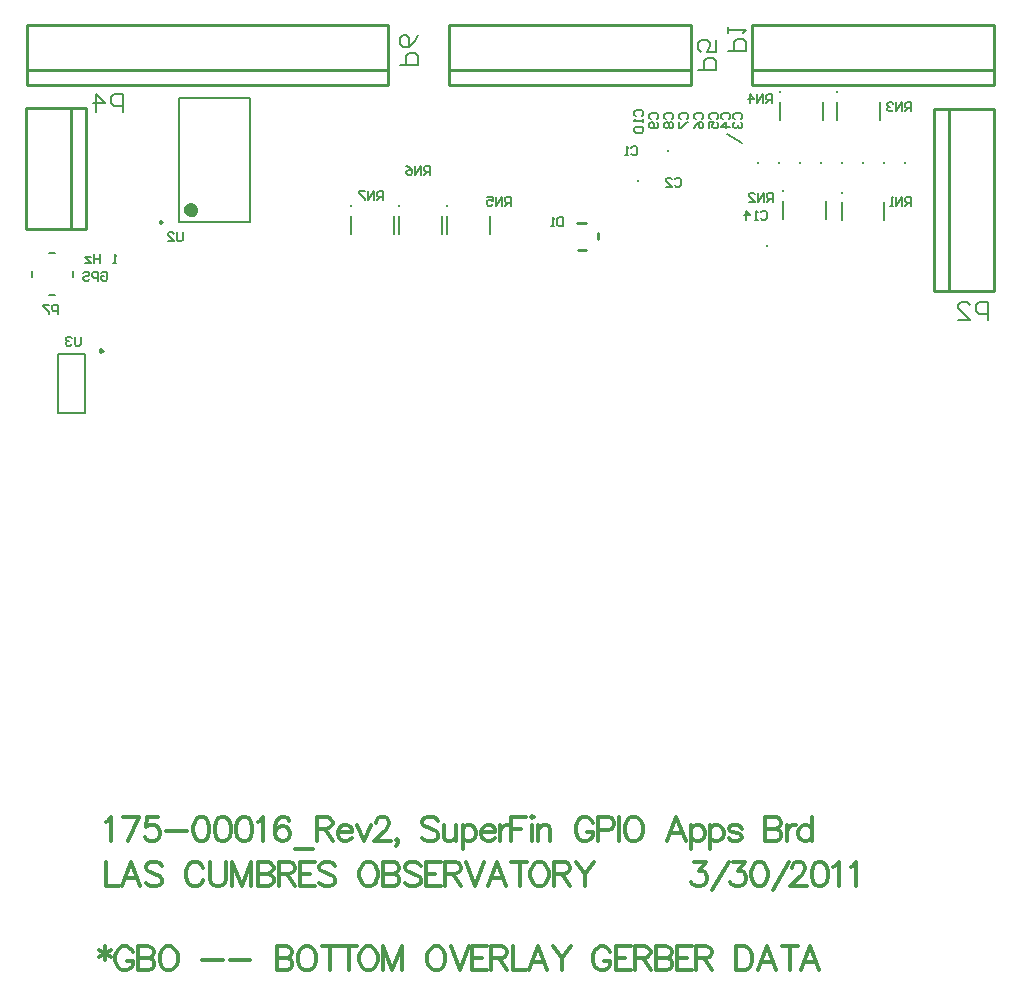
<source format=gbo>
%FSLAX23Y23*%
%MOIN*%
G70*
G01*
G75*
G04 Layer_Color=32896*
%ADD10R,0.030X0.060*%
%ADD11R,0.048X0.078*%
%ADD12R,0.050X0.050*%
%ADD13R,0.016X0.041*%
%ADD14O,0.098X0.028*%
%ADD15R,0.030X0.100*%
%ADD16R,0.014X0.060*%
%ADD17R,0.031X0.060*%
%ADD18R,0.039X0.059*%
%ADD19R,0.050X0.050*%
%ADD20C,0.005*%
%ADD21C,0.020*%
%ADD22C,0.010*%
%ADD23C,0.012*%
%ADD24C,0.012*%
%ADD25C,0.012*%
%ADD26C,0.055*%
%ADD27R,0.059X0.059*%
%ADD28C,0.059*%
%ADD29R,0.059X0.059*%
%ADD30C,0.219*%
%ADD31C,0.024*%
%ADD32C,0.040*%
%ADD33C,0.073*%
G04:AMPARAMS|DCode=34|XSize=93.465mil|YSize=93.465mil|CornerRadius=0mil|HoleSize=0mil|Usage=FLASHONLY|Rotation=0.000|XOffset=0mil|YOffset=0mil|HoleType=Round|Shape=Relief|Width=10mil|Gap=10mil|Entries=4|*
%AMTHD34*
7,0,0,0.093,0.073,0.010,45*
%
%ADD34THD34*%
%ADD35C,0.075*%
G04:AMPARAMS|DCode=36|XSize=95.433mil|YSize=95.433mil|CornerRadius=0mil|HoleSize=0mil|Usage=FLASHONLY|Rotation=0.000|XOffset=0mil|YOffset=0mil|HoleType=Round|Shape=Relief|Width=10mil|Gap=10mil|Entries=4|*
%AMTHD36*
7,0,0,0.095,0.075,0.010,45*
%
%ADD36THD36*%
%ADD37C,0.206*%
%ADD38C,0.050*%
G04:AMPARAMS|DCode=39|XSize=70mil|YSize=70mil|CornerRadius=0mil|HoleSize=0mil|Usage=FLASHONLY|Rotation=0.000|XOffset=0mil|YOffset=0mil|HoleType=Round|Shape=Relief|Width=10mil|Gap=10mil|Entries=4|*
%AMTHD39*
7,0,0,0.070,0.050,0.010,45*
%
%ADD39THD39*%
%ADD40O,0.091X0.024*%
%ADD41R,0.020X0.020*%
%ADD42R,0.020X0.016*%
%ADD43O,0.079X0.024*%
%ADD44R,0.017X0.045*%
%ADD45C,0.007*%
%ADD46C,0.008*%
%ADD47C,0.010*%
%ADD48C,0.010*%
%ADD49C,0.008*%
%ADD50C,0.007*%
%ADD51C,0.006*%
%ADD52R,0.189X0.132*%
%ADD53R,0.038X0.068*%
%ADD54R,0.056X0.086*%
%ADD55R,0.058X0.058*%
%ADD56R,0.024X0.049*%
%ADD57O,0.106X0.036*%
%ADD58R,0.038X0.108*%
%ADD59R,0.022X0.068*%
%ADD60R,0.039X0.068*%
%ADD61R,0.047X0.067*%
%ADD62R,0.058X0.058*%
%ADD63C,0.063*%
%ADD64R,0.067X0.067*%
%ADD65C,0.067*%
%ADD66R,0.067X0.067*%
%ADD67C,0.227*%
%ADD68C,0.032*%
%ADD69R,0.774X0.219*%
%ADD70O,0.099X0.032*%
%ADD71R,0.028X0.028*%
%ADD72R,0.028X0.024*%
%ADD73O,0.087X0.032*%
%ADD74R,0.025X0.053*%
%ADD75C,0.024*%
D20*
X21861Y16101D02*
Y16076D01*
X21856Y16071D01*
X21846D01*
X21841Y16076D01*
Y16101D01*
X21811Y16071D02*
X21831D01*
X21811Y16091D01*
Y16096D01*
X21816Y16101D01*
X21826D01*
X21831Y16096D01*
X23130Y16150D02*
Y16120D01*
X23115D01*
X23110Y16125D01*
Y16145D01*
X23115Y16150D01*
X23130D01*
X23100Y16120D02*
X23090D01*
X23095D01*
Y16150D01*
X23100Y16145D01*
X21522Y15753D02*
Y15728D01*
X21517Y15723D01*
X21507D01*
X21502Y15728D01*
Y15753D01*
X21492Y15748D02*
X21487Y15753D01*
X21477D01*
X21472Y15748D01*
Y15743D01*
X21477Y15738D01*
X21482D01*
X21477D01*
X21472Y15733D01*
Y15728D01*
X21477Y15723D01*
X21487D01*
X21492Y15728D01*
X22529Y16208D02*
Y16238D01*
X22514D01*
X22509Y16233D01*
Y16223D01*
X22514Y16218D01*
X22529D01*
X22519D02*
X22509Y16208D01*
X22499D02*
Y16238D01*
X22479Y16208D01*
Y16238D01*
X22469D02*
X22449D01*
Y16233D01*
X22469Y16213D01*
Y16208D01*
X21444Y15829D02*
Y15859D01*
X21429D01*
X21424Y15854D01*
Y15844D01*
X21429Y15839D01*
X21444D01*
X21414Y15859D02*
X21394D01*
Y15854D01*
X21414Y15834D01*
Y15829D01*
X23357Y16382D02*
X23362Y16387D01*
X23372D01*
X23377Y16382D01*
Y16362D01*
X23372Y16357D01*
X23362D01*
X23357Y16362D01*
X23347Y16357D02*
X23337D01*
X23342D01*
Y16387D01*
X23347Y16382D01*
X23501Y16278D02*
X23506Y16283D01*
X23516D01*
X23521Y16278D01*
Y16258D01*
X23516Y16253D01*
X23506D01*
X23501Y16258D01*
X23471Y16253D02*
X23491D01*
X23471Y16273D01*
Y16278D01*
X23476Y16283D01*
X23486D01*
X23491Y16278D01*
X23702Y16477D02*
X23697Y16482D01*
Y16492D01*
X23702Y16497D01*
X23722D01*
X23727Y16492D01*
Y16482D01*
X23722Y16477D01*
X23702Y16467D02*
X23697Y16462D01*
Y16452D01*
X23702Y16447D01*
X23707D01*
X23712Y16452D01*
Y16457D01*
Y16452D01*
X23717Y16447D01*
X23722D01*
X23727Y16452D01*
Y16462D01*
X23722Y16467D01*
X23662Y16477D02*
X23657Y16482D01*
Y16492D01*
X23662Y16497D01*
X23682D01*
X23687Y16492D01*
Y16482D01*
X23682Y16477D01*
X23687Y16452D02*
X23657D01*
X23672Y16467D01*
Y16447D01*
X23622Y16477D02*
X23617Y16482D01*
Y16492D01*
X23622Y16497D01*
X23642D01*
X23647Y16492D01*
Y16482D01*
X23642Y16477D01*
X23617Y16447D02*
Y16467D01*
X23632D01*
X23627Y16457D01*
Y16452D01*
X23632Y16447D01*
X23642D01*
X23647Y16452D01*
Y16462D01*
X23642Y16467D01*
X23572Y16477D02*
X23567Y16482D01*
Y16492D01*
X23572Y16497D01*
X23592D01*
X23597Y16492D01*
Y16482D01*
X23592Y16477D01*
X23567Y16447D02*
X23572Y16457D01*
X23582Y16467D01*
X23592D01*
X23597Y16462D01*
Y16452D01*
X23592Y16447D01*
X23587D01*
X23582Y16452D01*
Y16467D01*
X23522Y16477D02*
X23517Y16482D01*
Y16492D01*
X23522Y16497D01*
X23542D01*
X23547Y16492D01*
Y16482D01*
X23542Y16477D01*
X23517Y16467D02*
Y16447D01*
X23522D01*
X23542Y16467D01*
X23547D01*
X23472Y16477D02*
X23467Y16482D01*
Y16492D01*
X23472Y16497D01*
X23492D01*
X23497Y16492D01*
Y16482D01*
X23492Y16477D01*
X23472Y16467D02*
X23467Y16462D01*
Y16452D01*
X23472Y16447D01*
X23477D01*
X23482Y16452D01*
X23487Y16447D01*
X23492D01*
X23497Y16452D01*
Y16462D01*
X23492Y16467D01*
X23487D01*
X23482Y16462D01*
X23477Y16467D01*
X23472D01*
X23482Y16462D02*
Y16452D01*
X23422Y16477D02*
X23417Y16482D01*
Y16492D01*
X23422Y16497D01*
X23442D01*
X23447Y16492D01*
Y16482D01*
X23442Y16477D01*
Y16467D02*
X23447Y16462D01*
Y16452D01*
X23442Y16447D01*
X23422D01*
X23417Y16452D01*
Y16462D01*
X23422Y16467D01*
X23427D01*
X23432Y16462D01*
Y16447D01*
X23372Y16487D02*
X23367Y16492D01*
Y16502D01*
X23372Y16507D01*
X23392D01*
X23397Y16502D01*
Y16492D01*
X23392Y16487D01*
X23397Y16477D02*
Y16467D01*
Y16472D01*
X23367D01*
X23372Y16477D01*
Y16452D02*
X23367Y16447D01*
Y16437D01*
X23372Y16432D01*
X23392D01*
X23397Y16437D01*
Y16447D01*
X23392Y16452D01*
X23372D01*
X23788Y16167D02*
X23793Y16172D01*
X23803D01*
X23808Y16167D01*
Y16147D01*
X23803Y16142D01*
X23793D01*
X23788Y16147D01*
X23778Y16142D02*
X23768D01*
X23773D01*
Y16172D01*
X23778Y16167D01*
X23738Y16142D02*
Y16172D01*
X23753Y16157D01*
X23733D01*
X24289Y16189D02*
Y16219D01*
X24274D01*
X24269Y16214D01*
Y16204D01*
X24274Y16199D01*
X24289D01*
X24279D02*
X24269Y16189D01*
X24259D02*
Y16219D01*
X24239Y16189D01*
Y16219D01*
X24229Y16189D02*
X24219D01*
X24224D01*
Y16219D01*
X24229Y16214D01*
X23828Y16202D02*
Y16232D01*
X23813D01*
X23808Y16227D01*
Y16217D01*
X23813Y16212D01*
X23828D01*
X23818D02*
X23808Y16202D01*
X23798D02*
Y16232D01*
X23778Y16202D01*
Y16232D01*
X23748Y16202D02*
X23768D01*
X23748Y16222D01*
Y16227D01*
X23753Y16232D01*
X23763D01*
X23768Y16227D01*
X24289Y16504D02*
Y16534D01*
X24274D01*
X24269Y16529D01*
Y16519D01*
X24274Y16514D01*
X24289D01*
X24279D02*
X24269Y16504D01*
X24259D02*
Y16534D01*
X24239Y16504D01*
Y16534D01*
X24229Y16529D02*
X24224Y16534D01*
X24214D01*
X24209Y16529D01*
Y16524D01*
X24214Y16519D01*
X24219D01*
X24214D01*
X24209Y16514D01*
Y16509D01*
X24214Y16504D01*
X24224D01*
X24229Y16509D01*
X23827Y16530D02*
Y16560D01*
X23812D01*
X23807Y16555D01*
Y16545D01*
X23812Y16540D01*
X23827D01*
X23817D02*
X23807Y16530D01*
X23797D02*
Y16560D01*
X23777Y16530D01*
Y16560D01*
X23752Y16530D02*
Y16560D01*
X23767Y16545D01*
X23747D01*
X22955Y16189D02*
Y16219D01*
X22940D01*
X22935Y16214D01*
Y16204D01*
X22940Y16199D01*
X22955D01*
X22945D02*
X22935Y16189D01*
X22925D02*
Y16219D01*
X22905Y16189D01*
Y16219D01*
X22875D02*
X22895D01*
Y16204D01*
X22885Y16209D01*
X22880D01*
X22875Y16204D01*
Y16194D01*
X22880Y16189D01*
X22890D01*
X22895Y16194D01*
X22686Y16292D02*
Y16322D01*
X22671D01*
X22666Y16317D01*
Y16307D01*
X22671Y16302D01*
X22686D01*
X22676D02*
X22666Y16292D01*
X22656D02*
Y16322D01*
X22636Y16292D01*
Y16322D01*
X22606D02*
X22616Y16317D01*
X22626Y16307D01*
Y16297D01*
X22621Y16292D01*
X22611D01*
X22606Y16297D01*
Y16302D01*
X22611Y16307D01*
X22626D01*
X21639Y15998D02*
X21629D01*
X21634D01*
Y16028D01*
X21639Y16023D01*
X21584Y16028D02*
Y15998D01*
Y16013D01*
X21564D01*
Y16028D01*
Y15998D01*
X21554Y16018D02*
X21534D01*
X21554Y15998D01*
X21534D01*
X21590Y15964D02*
X21595Y15969D01*
X21605D01*
X21610Y15964D01*
Y15944D01*
X21605Y15939D01*
X21595D01*
X21590Y15944D01*
Y15954D01*
X21600D01*
X21580Y15939D02*
Y15969D01*
X21565D01*
X21560Y15964D01*
Y15954D01*
X21565Y15949D01*
X21580D01*
X21530Y15964D02*
X21535Y15969D01*
X21545D01*
X21550Y15964D01*
Y15959D01*
X21545Y15954D01*
X21535D01*
X21530Y15949D01*
Y15944D01*
X21535Y15939D01*
X21545D01*
X21550Y15944D01*
D22*
X23247Y16077D02*
Y16097D01*
X23180Y16042D02*
X23204D01*
X23176Y16132D02*
X23204D01*
X22750Y16640D02*
X23555D01*
Y16590D02*
Y16790D01*
X22750Y16590D02*
Y16790D01*
X23555D01*
X22750Y16590D02*
X23555D01*
X24366Y15906D02*
Y16511D01*
X24566Y15906D02*
Y16511D01*
X24366D02*
X24566D01*
X24366Y15906D02*
X24566D01*
X24416D02*
Y16511D01*
X21488Y16111D02*
Y16516D01*
X21338D02*
X21538D01*
X21338Y16111D02*
X21538D01*
X21338D02*
Y16516D01*
X21538Y16111D02*
Y16516D01*
X21341Y16590D02*
X22546D01*
X21341Y16790D02*
X22546D01*
X21341Y16590D02*
Y16790D01*
X22546Y16590D02*
Y16790D01*
X21341Y16640D02*
X22546D01*
X23760Y16640D02*
X24565D01*
Y16590D02*
Y16790D01*
X23760Y16590D02*
Y16790D01*
X24565D01*
X23760Y16590D02*
X24565D01*
D23*
X21602Y13720D02*
Y13675D01*
X21583Y13709D02*
X21621Y13686D01*
Y13709D02*
X21583Y13686D01*
X21694Y13701D02*
X21691Y13709D01*
X21683Y13716D01*
X21675Y13720D01*
X21660D01*
X21653Y13716D01*
X21645Y13709D01*
X21641Y13701D01*
X21637Y13690D01*
Y13671D01*
X21641Y13659D01*
X21645Y13652D01*
X21653Y13644D01*
X21660Y13640D01*
X21675D01*
X21683Y13644D01*
X21691Y13652D01*
X21694Y13659D01*
Y13671D01*
X21675D02*
X21694D01*
X21713Y13720D02*
Y13640D01*
Y13720D02*
X21747D01*
X21758Y13716D01*
X21762Y13713D01*
X21766Y13705D01*
Y13697D01*
X21762Y13690D01*
X21758Y13686D01*
X21747Y13682D01*
X21713D02*
X21747D01*
X21758Y13678D01*
X21762Y13675D01*
X21766Y13667D01*
Y13656D01*
X21762Y13648D01*
X21758Y13644D01*
X21747Y13640D01*
X21713D01*
X21807Y13720D02*
X21799Y13716D01*
X21792Y13709D01*
X21788Y13701D01*
X21784Y13690D01*
Y13671D01*
X21788Y13659D01*
X21792Y13652D01*
X21799Y13644D01*
X21807Y13640D01*
X21822D01*
X21830Y13644D01*
X21837Y13652D01*
X21841Y13659D01*
X21845Y13671D01*
Y13690D01*
X21841Y13701D01*
X21837Y13709D01*
X21830Y13716D01*
X21822Y13720D01*
X21807D01*
X21926Y13675D02*
X21995D01*
X22019D02*
X22087D01*
X22174Y13720D02*
Y13640D01*
Y13720D02*
X22208D01*
X22219Y13716D01*
X22223Y13713D01*
X22227Y13705D01*
Y13697D01*
X22223Y13690D01*
X22219Y13686D01*
X22208Y13682D01*
X22174D02*
X22208D01*
X22219Y13678D01*
X22223Y13675D01*
X22227Y13667D01*
Y13656D01*
X22223Y13648D01*
X22219Y13644D01*
X22208Y13640D01*
X22174D01*
X22268Y13720D02*
X22260Y13716D01*
X22252Y13709D01*
X22249Y13701D01*
X22245Y13690D01*
Y13671D01*
X22249Y13659D01*
X22252Y13652D01*
X22260Y13644D01*
X22268Y13640D01*
X22283D01*
X22291Y13644D01*
X22298Y13652D01*
X22302Y13659D01*
X22306Y13671D01*
Y13690D01*
X22302Y13701D01*
X22298Y13709D01*
X22291Y13716D01*
X22283Y13720D01*
X22268D01*
X22351D02*
Y13640D01*
X22324Y13720D02*
X22378D01*
X22414D02*
Y13640D01*
X22387Y13720D02*
X22441D01*
X22473D02*
X22465Y13716D01*
X22458Y13709D01*
X22454Y13701D01*
X22450Y13690D01*
Y13671D01*
X22454Y13659D01*
X22458Y13652D01*
X22465Y13644D01*
X22473Y13640D01*
X22488D01*
X22496Y13644D01*
X22503Y13652D01*
X22507Y13659D01*
X22511Y13671D01*
Y13690D01*
X22507Y13701D01*
X22503Y13709D01*
X22496Y13716D01*
X22488Y13720D01*
X22473D01*
X22530D02*
Y13640D01*
Y13720D02*
X22560Y13640D01*
X22591Y13720D02*
X22560Y13640D01*
X22591Y13720D02*
Y13640D01*
X22699Y13720D02*
X22692Y13716D01*
X22684Y13709D01*
X22680Y13701D01*
X22676Y13690D01*
Y13671D01*
X22680Y13659D01*
X22684Y13652D01*
X22692Y13644D01*
X22699Y13640D01*
X22714D01*
X22722Y13644D01*
X22730Y13652D01*
X22733Y13659D01*
X22737Y13671D01*
Y13690D01*
X22733Y13701D01*
X22730Y13709D01*
X22722Y13716D01*
X22714Y13720D01*
X22699D01*
X22756D02*
X22786Y13640D01*
X22817Y13720D02*
X22786Y13640D01*
X22877Y13720D02*
X22827D01*
Y13640D01*
X22877D01*
X22827Y13682D02*
X22858D01*
X22890Y13720D02*
Y13640D01*
Y13720D02*
X22924D01*
X22936Y13716D01*
X22940Y13713D01*
X22943Y13705D01*
Y13697D01*
X22940Y13690D01*
X22936Y13686D01*
X22924Y13682D01*
X22890D01*
X22917D02*
X22943Y13640D01*
X22961Y13720D02*
Y13640D01*
X23007D01*
X23077D02*
X23046Y13720D01*
X23016Y13640D01*
X23027Y13667D02*
X23065D01*
X23095Y13720D02*
X23126Y13682D01*
Y13640D01*
X23156Y13720D02*
X23126Y13682D01*
X23287Y13701D02*
X23283Y13709D01*
X23275Y13716D01*
X23267Y13720D01*
X23252D01*
X23245Y13716D01*
X23237Y13709D01*
X23233Y13701D01*
X23229Y13690D01*
Y13671D01*
X23233Y13659D01*
X23237Y13652D01*
X23245Y13644D01*
X23252Y13640D01*
X23267D01*
X23275Y13644D01*
X23283Y13652D01*
X23287Y13659D01*
Y13671D01*
X23267D02*
X23287D01*
X23354Y13720D02*
X23305D01*
Y13640D01*
X23354D01*
X23305Y13682D02*
X23335D01*
X23368Y13720D02*
Y13640D01*
Y13720D02*
X23402D01*
X23413Y13716D01*
X23417Y13713D01*
X23421Y13705D01*
Y13697D01*
X23417Y13690D01*
X23413Y13686D01*
X23402Y13682D01*
X23368D01*
X23394D02*
X23421Y13640D01*
X23439Y13720D02*
Y13640D01*
Y13720D02*
X23473D01*
X23485Y13716D01*
X23488Y13713D01*
X23492Y13705D01*
Y13697D01*
X23488Y13690D01*
X23485Y13686D01*
X23473Y13682D01*
X23439D02*
X23473D01*
X23485Y13678D01*
X23488Y13675D01*
X23492Y13667D01*
Y13656D01*
X23488Y13648D01*
X23485Y13644D01*
X23473Y13640D01*
X23439D01*
X23560Y13720D02*
X23510D01*
Y13640D01*
X23560D01*
X23510Y13682D02*
X23541D01*
X23573Y13720D02*
Y13640D01*
Y13720D02*
X23607D01*
X23619Y13716D01*
X23622Y13713D01*
X23626Y13705D01*
Y13697D01*
X23622Y13690D01*
X23619Y13686D01*
X23607Y13682D01*
X23573D01*
X23600D02*
X23626Y13640D01*
X23707Y13720D02*
Y13640D01*
Y13720D02*
X23734D01*
X23745Y13716D01*
X23753Y13709D01*
X23757Y13701D01*
X23760Y13690D01*
Y13671D01*
X23757Y13659D01*
X23753Y13652D01*
X23745Y13644D01*
X23734Y13640D01*
X23707D01*
X23839D02*
X23809Y13720D01*
X23778Y13640D01*
X23790Y13667D02*
X23828D01*
X23884Y13720D02*
Y13640D01*
X23858Y13720D02*
X23911D01*
X23982Y13640D02*
X23951Y13720D01*
X23921Y13640D01*
X23932Y13667D02*
X23970D01*
D24*
X21604Y14136D02*
X21612Y14139D01*
X21623Y14151D01*
Y14071D01*
X21716Y14151D02*
X21678Y14071D01*
X21663Y14151D02*
X21716D01*
X21779D02*
X21741D01*
X21738Y14117D01*
X21741Y14120D01*
X21753Y14124D01*
X21764D01*
X21776Y14120D01*
X21783Y14113D01*
X21787Y14101D01*
Y14094D01*
X21783Y14082D01*
X21776Y14075D01*
X21764Y14071D01*
X21753D01*
X21741Y14075D01*
X21738Y14079D01*
X21734Y14086D01*
X21805Y14105D02*
X21874D01*
X21920Y14151D02*
X21909Y14147D01*
X21901Y14136D01*
X21897Y14117D01*
Y14105D01*
X21901Y14086D01*
X21909Y14075D01*
X21920Y14071D01*
X21928D01*
X21939Y14075D01*
X21947Y14086D01*
X21950Y14105D01*
Y14117D01*
X21947Y14136D01*
X21939Y14147D01*
X21928Y14151D01*
X21920D01*
X21991D02*
X21980Y14147D01*
X21972Y14136D01*
X21968Y14117D01*
Y14105D01*
X21972Y14086D01*
X21980Y14075D01*
X21991Y14071D01*
X21999D01*
X22010Y14075D01*
X22018Y14086D01*
X22022Y14105D01*
Y14117D01*
X22018Y14136D01*
X22010Y14147D01*
X21999Y14151D01*
X21991D01*
X22062D02*
X22051Y14147D01*
X22043Y14136D01*
X22040Y14117D01*
Y14105D01*
X22043Y14086D01*
X22051Y14075D01*
X22062Y14071D01*
X22070D01*
X22082Y14075D01*
X22089Y14086D01*
X22093Y14105D01*
Y14117D01*
X22089Y14136D01*
X22082Y14147D01*
X22070Y14151D01*
X22062D01*
X22111Y14136D02*
X22118Y14139D01*
X22130Y14151D01*
Y14071D01*
X22215Y14139D02*
X22211Y14147D01*
X22200Y14151D01*
X22192D01*
X22181Y14147D01*
X22173Y14136D01*
X22169Y14117D01*
Y14098D01*
X22173Y14082D01*
X22181Y14075D01*
X22192Y14071D01*
X22196D01*
X22208Y14075D01*
X22215Y14082D01*
X22219Y14094D01*
Y14098D01*
X22215Y14109D01*
X22208Y14117D01*
X22196Y14120D01*
X22192D01*
X22181Y14117D01*
X22173Y14109D01*
X22169Y14098D01*
X22237Y14044D02*
X22297D01*
X22308Y14151D02*
Y14071D01*
Y14151D02*
X22342D01*
X22353Y14147D01*
X22357Y14143D01*
X22361Y14136D01*
Y14128D01*
X22357Y14120D01*
X22353Y14117D01*
X22342Y14113D01*
X22308D01*
X22334D02*
X22361Y14071D01*
X22379Y14101D02*
X22425D01*
Y14109D01*
X22421Y14117D01*
X22417Y14120D01*
X22409Y14124D01*
X22398D01*
X22390Y14120D01*
X22383Y14113D01*
X22379Y14101D01*
Y14094D01*
X22383Y14082D01*
X22390Y14075D01*
X22398Y14071D01*
X22409D01*
X22417Y14075D01*
X22425Y14082D01*
X22442Y14124D02*
X22465Y14071D01*
X22488Y14124D02*
X22465Y14071D01*
X22504Y14132D02*
Y14136D01*
X22508Y14143D01*
X22512Y14147D01*
X22520Y14151D01*
X22535D01*
X22542Y14147D01*
X22546Y14143D01*
X22550Y14136D01*
Y14128D01*
X22546Y14120D01*
X22539Y14109D01*
X22500Y14071D01*
X22554D01*
X22579Y14075D02*
X22576Y14071D01*
X22572Y14075D01*
X22576Y14079D01*
X22579Y14075D01*
Y14067D01*
X22576Y14059D01*
X22572Y14056D01*
X22713Y14139D02*
X22705Y14147D01*
X22694Y14151D01*
X22679D01*
X22667Y14147D01*
X22660Y14139D01*
Y14132D01*
X22663Y14124D01*
X22667Y14120D01*
X22675Y14117D01*
X22698Y14109D01*
X22705Y14105D01*
X22709Y14101D01*
X22713Y14094D01*
Y14082D01*
X22705Y14075D01*
X22694Y14071D01*
X22679D01*
X22667Y14075D01*
X22660Y14082D01*
X22731Y14124D02*
Y14086D01*
X22735Y14075D01*
X22742Y14071D01*
X22754D01*
X22761Y14075D01*
X22773Y14086D01*
Y14124D02*
Y14071D01*
X22794Y14124D02*
Y14044D01*
Y14113D02*
X22801Y14120D01*
X22809Y14124D01*
X22820D01*
X22828Y14120D01*
X22836Y14113D01*
X22839Y14101D01*
Y14094D01*
X22836Y14082D01*
X22828Y14075D01*
X22820Y14071D01*
X22809D01*
X22801Y14075D01*
X22794Y14082D01*
X22857Y14101D02*
X22902D01*
Y14109D01*
X22898Y14117D01*
X22895Y14120D01*
X22887Y14124D01*
X22876D01*
X22868Y14120D01*
X22860Y14113D01*
X22857Y14101D01*
Y14094D01*
X22860Y14082D01*
X22868Y14075D01*
X22876Y14071D01*
X22887D01*
X22895Y14075D01*
X22902Y14082D01*
X22919Y14124D02*
Y14071D01*
Y14101D02*
X22923Y14113D01*
X22931Y14120D01*
X22938Y14124D01*
X22950D01*
X22957Y14151D02*
Y14071D01*
Y14151D02*
X23007D01*
X22957Y14113D02*
X22988D01*
X23023Y14151D02*
X23027Y14147D01*
X23031Y14151D01*
X23027Y14155D01*
X23023Y14151D01*
X23027Y14124D02*
Y14071D01*
X23045Y14124D02*
Y14071D01*
Y14109D02*
X23057Y14120D01*
X23064Y14124D01*
X23076D01*
X23083Y14120D01*
X23087Y14109D01*
Y14071D01*
X23228Y14132D02*
X23224Y14139D01*
X23217Y14147D01*
X23209Y14151D01*
X23194D01*
X23186Y14147D01*
X23178Y14139D01*
X23175Y14132D01*
X23171Y14120D01*
Y14101D01*
X23175Y14090D01*
X23178Y14082D01*
X23186Y14075D01*
X23194Y14071D01*
X23209D01*
X23217Y14075D01*
X23224Y14082D01*
X23228Y14090D01*
Y14101D01*
X23209D02*
X23228D01*
X23246Y14109D02*
X23280D01*
X23292Y14113D01*
X23296Y14117D01*
X23300Y14124D01*
Y14136D01*
X23296Y14143D01*
X23292Y14147D01*
X23280Y14151D01*
X23246D01*
Y14071D01*
X23317Y14151D02*
Y14071D01*
X23357Y14151D02*
X23349Y14147D01*
X23342Y14139D01*
X23338Y14132D01*
X23334Y14120D01*
Y14101D01*
X23338Y14090D01*
X23342Y14082D01*
X23349Y14075D01*
X23357Y14071D01*
X23372D01*
X23380Y14075D01*
X23388Y14082D01*
X23391Y14090D01*
X23395Y14101D01*
Y14120D01*
X23391Y14132D01*
X23388Y14139D01*
X23380Y14147D01*
X23372Y14151D01*
X23357D01*
X23538Y14071D02*
X23507Y14151D01*
X23477Y14071D01*
X23488Y14098D02*
X23526D01*
X23556Y14124D02*
Y14044D01*
Y14113D02*
X23564Y14120D01*
X23571Y14124D01*
X23583D01*
X23591Y14120D01*
X23598Y14113D01*
X23602Y14101D01*
Y14094D01*
X23598Y14082D01*
X23591Y14075D01*
X23583Y14071D01*
X23571D01*
X23564Y14075D01*
X23556Y14082D01*
X23619Y14124D02*
Y14044D01*
Y14113D02*
X23627Y14120D01*
X23634Y14124D01*
X23646D01*
X23653Y14120D01*
X23661Y14113D01*
X23665Y14101D01*
Y14094D01*
X23661Y14082D01*
X23653Y14075D01*
X23646Y14071D01*
X23634D01*
X23627Y14075D01*
X23619Y14082D01*
X23724Y14113D02*
X23720Y14120D01*
X23709Y14124D01*
X23697D01*
X23686Y14120D01*
X23682Y14113D01*
X23686Y14105D01*
X23693Y14101D01*
X23712Y14098D01*
X23720Y14094D01*
X23724Y14086D01*
Y14082D01*
X23720Y14075D01*
X23709Y14071D01*
X23697D01*
X23686Y14075D01*
X23682Y14082D01*
X23803Y14151D02*
Y14071D01*
Y14151D02*
X23838D01*
X23849Y14147D01*
X23853Y14143D01*
X23857Y14136D01*
Y14128D01*
X23853Y14120D01*
X23849Y14117D01*
X23838Y14113D01*
X23803D02*
X23838D01*
X23849Y14109D01*
X23853Y14105D01*
X23857Y14098D01*
Y14086D01*
X23853Y14079D01*
X23849Y14075D01*
X23838Y14071D01*
X23803D01*
X23875Y14124D02*
Y14071D01*
Y14101D02*
X23878Y14113D01*
X23886Y14120D01*
X23894Y14124D01*
X23905D01*
X23958Y14151D02*
Y14071D01*
Y14113D02*
X23950Y14120D01*
X23943Y14124D01*
X23931D01*
X23924Y14120D01*
X23916Y14113D01*
X23912Y14101D01*
Y14094D01*
X23916Y14082D01*
X23924Y14075D01*
X23931Y14071D01*
X23943D01*
X23950Y14075D01*
X23958Y14082D01*
D25*
X21604Y14001D02*
Y13921D01*
X21650D01*
X21719D02*
X21689Y14001D01*
X21658Y13921D01*
X21670Y13948D02*
X21708D01*
X21791Y13989D02*
X21784Y13997D01*
X21772Y14001D01*
X21757D01*
X21746Y13997D01*
X21738Y13989D01*
Y13982D01*
X21742Y13974D01*
X21746Y13970D01*
X21753Y13967D01*
X21776Y13959D01*
X21784Y13955D01*
X21787Y13951D01*
X21791Y13944D01*
Y13932D01*
X21784Y13925D01*
X21772Y13921D01*
X21757D01*
X21746Y13925D01*
X21738Y13932D01*
X21929Y13982D02*
X21925Y13989D01*
X21918Y13997D01*
X21910Y14001D01*
X21895D01*
X21887Y13997D01*
X21880Y13989D01*
X21876Y13982D01*
X21872Y13970D01*
Y13951D01*
X21876Y13940D01*
X21880Y13932D01*
X21887Y13925D01*
X21895Y13921D01*
X21910D01*
X21918Y13925D01*
X21925Y13932D01*
X21929Y13940D01*
X21952Y14001D02*
Y13944D01*
X21955Y13932D01*
X21963Y13925D01*
X21974Y13921D01*
X21982D01*
X21994Y13925D01*
X22001Y13932D01*
X22005Y13944D01*
Y14001D01*
X22027D02*
Y13921D01*
Y14001D02*
X22058Y13921D01*
X22088Y14001D02*
X22058Y13921D01*
X22088Y14001D02*
Y13921D01*
X22111Y14001D02*
Y13921D01*
Y14001D02*
X22145D01*
X22157Y13997D01*
X22160Y13993D01*
X22164Y13986D01*
Y13978D01*
X22160Y13970D01*
X22157Y13967D01*
X22145Y13963D01*
X22111D02*
X22145D01*
X22157Y13959D01*
X22160Y13955D01*
X22164Y13948D01*
Y13936D01*
X22160Y13928D01*
X22157Y13925D01*
X22145Y13921D01*
X22111D01*
X22182Y14001D02*
Y13921D01*
Y14001D02*
X22216D01*
X22228Y13997D01*
X22232Y13993D01*
X22235Y13986D01*
Y13978D01*
X22232Y13970D01*
X22228Y13967D01*
X22216Y13963D01*
X22182D01*
X22209D02*
X22235Y13921D01*
X22303Y14001D02*
X22253D01*
Y13921D01*
X22303D01*
X22253Y13963D02*
X22284D01*
X22369Y13989D02*
X22362Y13997D01*
X22350Y14001D01*
X22335D01*
X22324Y13997D01*
X22316Y13989D01*
Y13982D01*
X22320Y13974D01*
X22324Y13970D01*
X22331Y13967D01*
X22354Y13959D01*
X22362Y13955D01*
X22366Y13951D01*
X22369Y13944D01*
Y13932D01*
X22362Y13925D01*
X22350Y13921D01*
X22335D01*
X22324Y13925D01*
X22316Y13932D01*
X22473Y14001D02*
X22465Y13997D01*
X22458Y13989D01*
X22454Y13982D01*
X22450Y13970D01*
Y13951D01*
X22454Y13940D01*
X22458Y13932D01*
X22465Y13925D01*
X22473Y13921D01*
X22488D01*
X22496Y13925D01*
X22504Y13932D01*
X22507Y13940D01*
X22511Y13951D01*
Y13970D01*
X22507Y13982D01*
X22504Y13989D01*
X22496Y13997D01*
X22488Y14001D01*
X22473D01*
X22530D02*
Y13921D01*
Y14001D02*
X22564D01*
X22576Y13997D01*
X22579Y13993D01*
X22583Y13986D01*
Y13978D01*
X22579Y13970D01*
X22576Y13967D01*
X22564Y13963D01*
X22530D02*
X22564D01*
X22576Y13959D01*
X22579Y13955D01*
X22583Y13948D01*
Y13936D01*
X22579Y13928D01*
X22576Y13925D01*
X22564Y13921D01*
X22530D01*
X22654Y13989D02*
X22647Y13997D01*
X22635Y14001D01*
X22620D01*
X22609Y13997D01*
X22601Y13989D01*
Y13982D01*
X22605Y13974D01*
X22609Y13970D01*
X22616Y13967D01*
X22639Y13959D01*
X22647Y13955D01*
X22651Y13951D01*
X22654Y13944D01*
Y13932D01*
X22647Y13925D01*
X22635Y13921D01*
X22620D01*
X22609Y13925D01*
X22601Y13932D01*
X22722Y14001D02*
X22672D01*
Y13921D01*
X22722D01*
X22672Y13963D02*
X22703D01*
X22735Y14001D02*
Y13921D01*
Y14001D02*
X22769D01*
X22781Y13997D01*
X22785Y13993D01*
X22788Y13986D01*
Y13978D01*
X22785Y13970D01*
X22781Y13967D01*
X22769Y13963D01*
X22735D01*
X22762D02*
X22788Y13921D01*
X22806Y14001D02*
X22837Y13921D01*
X22867Y14001D02*
X22837Y13921D01*
X22938D02*
X22908Y14001D01*
X22878Y13921D01*
X22889Y13948D02*
X22927D01*
X22984Y14001D02*
Y13921D01*
X22957Y14001D02*
X23010D01*
X23043D02*
X23035Y13997D01*
X23028Y13989D01*
X23024Y13982D01*
X23020Y13970D01*
Y13951D01*
X23024Y13940D01*
X23028Y13932D01*
X23035Y13925D01*
X23043Y13921D01*
X23058D01*
X23066Y13925D01*
X23073Y13932D01*
X23077Y13940D01*
X23081Y13951D01*
Y13970D01*
X23077Y13982D01*
X23073Y13989D01*
X23066Y13997D01*
X23058Y14001D01*
X23043D01*
X23100D02*
Y13921D01*
Y14001D02*
X23134D01*
X23145Y13997D01*
X23149Y13993D01*
X23153Y13986D01*
Y13978D01*
X23149Y13970D01*
X23145Y13967D01*
X23134Y13963D01*
X23100D01*
X23126D02*
X23153Y13921D01*
X23171Y14001D02*
X23201Y13963D01*
Y13921D01*
X23232Y14001D02*
X23201Y13963D01*
X23564Y14001D02*
X23606D01*
X23583Y13970D01*
X23594D01*
X23602Y13967D01*
X23606Y13963D01*
X23610Y13951D01*
Y13944D01*
X23606Y13932D01*
X23598Y13925D01*
X23587Y13921D01*
X23575D01*
X23564Y13925D01*
X23560Y13928D01*
X23556Y13936D01*
X23627Y13909D02*
X23681Y14001D01*
X23694D02*
X23736D01*
X23713Y13970D01*
X23724D01*
X23732Y13967D01*
X23736Y13963D01*
X23739Y13951D01*
Y13944D01*
X23736Y13932D01*
X23728Y13925D01*
X23717Y13921D01*
X23705D01*
X23694Y13925D01*
X23690Y13928D01*
X23686Y13936D01*
X23780Y14001D02*
X23769Y13997D01*
X23761Y13986D01*
X23757Y13967D01*
Y13955D01*
X23761Y13936D01*
X23769Y13925D01*
X23780Y13921D01*
X23788D01*
X23799Y13925D01*
X23807Y13936D01*
X23811Y13955D01*
Y13967D01*
X23807Y13986D01*
X23799Y13997D01*
X23788Y14001D01*
X23780D01*
X23829Y13909D02*
X23882Y14001D01*
X23891Y13982D02*
Y13986D01*
X23895Y13993D01*
X23899Y13997D01*
X23906Y14001D01*
X23922D01*
X23929Y13997D01*
X23933Y13993D01*
X23937Y13986D01*
Y13978D01*
X23933Y13970D01*
X23925Y13959D01*
X23887Y13921D01*
X23941D01*
X23981Y14001D02*
X23970Y13997D01*
X23962Y13986D01*
X23958Y13967D01*
Y13955D01*
X23962Y13936D01*
X23970Y13925D01*
X23981Y13921D01*
X23989D01*
X24000Y13925D01*
X24008Y13936D01*
X24012Y13955D01*
Y13967D01*
X24008Y13986D01*
X24000Y13997D01*
X23989Y14001D01*
X23981D01*
X24030Y13986D02*
X24037Y13989D01*
X24049Y14001D01*
Y13921D01*
X24088Y13986D02*
X24096Y13989D01*
X24107Y14001D01*
Y13921D01*
D46*
X23579Y16643D02*
X23639D01*
Y16673D01*
X23629Y16683D01*
X23609D01*
X23599Y16673D01*
Y16643D01*
X23639Y16743D02*
Y16703D01*
X23609D01*
X23619Y16723D01*
Y16733D01*
X23609Y16743D01*
X23589D01*
X23579Y16733D01*
Y16713D01*
X23589Y16703D01*
X24545Y15808D02*
Y15868D01*
X24515D01*
X24505Y15858D01*
Y15838D01*
X24515Y15828D01*
X24545D01*
X24445Y15808D02*
X24485D01*
X24445Y15848D01*
Y15858D01*
X24455Y15868D01*
X24475D01*
X24485Y15858D01*
X21662Y16501D02*
Y16561D01*
X21632D01*
X21622Y16551D01*
Y16531D01*
X21632Y16521D01*
X21662D01*
X21572Y16501D02*
Y16561D01*
X21602Y16531D01*
X21562D01*
X22585Y16657D02*
X22645D01*
Y16687D01*
X22635Y16697D01*
X22615D01*
X22605Y16687D01*
Y16657D01*
X22645Y16757D02*
X22635Y16737D01*
X22615Y16717D01*
X22595D01*
X22585Y16727D01*
Y16747D01*
X22595Y16757D01*
X22605D01*
X22615Y16747D01*
Y16717D01*
X23680Y16704D02*
X23740D01*
Y16734D01*
X23730Y16744D01*
X23710D01*
X23700Y16734D01*
Y16704D01*
X23680Y16764D02*
Y16784D01*
Y16774D01*
X23740D01*
X23730Y16764D01*
D47*
X23478Y16372D02*
D03*
X23378Y16272D02*
D03*
X24268Y16332D02*
D03*
X24198D02*
D03*
X24128D02*
D03*
X24058D02*
D03*
X23988D02*
D03*
X23918D02*
D03*
X23848D02*
D03*
X23778D02*
D03*
X23808Y16056D02*
D03*
D48*
X21792Y16134D02*
X21785Y16138D01*
Y16130D01*
X21792Y16134D01*
X21594Y15706D02*
X21586Y15711D01*
Y15702D01*
X21594Y15706D01*
D49*
X21848Y16136D02*
Y16549D01*
X22085Y16136D02*
Y16549D01*
X21848Y16136D02*
X22085D01*
X21848Y16549D02*
X22085D01*
X21534Y15499D02*
Y15696D01*
X21447Y15499D02*
Y15696D01*
X21534D01*
X21447Y15499D02*
X21534D01*
X22423Y16187D02*
Y16191D01*
Y16096D02*
Y16156D01*
X22565Y16096D02*
Y16156D01*
X21416Y15893D02*
X21437D01*
X21416Y16031D02*
X21437D01*
X21358Y15952D02*
Y15973D01*
X21495Y15952D02*
Y15973D01*
X24058Y16232D02*
Y16236D01*
Y16141D02*
Y16201D01*
X24200Y16141D02*
Y16201D01*
X23863Y16237D02*
Y16241D01*
Y16146D02*
Y16206D01*
X24005Y16146D02*
Y16206D01*
X24043Y16567D02*
Y16571D01*
Y16476D02*
Y16536D01*
X24185Y16476D02*
Y16536D01*
X23853Y16567D02*
Y16571D01*
Y16476D02*
Y16536D01*
X23995Y16476D02*
Y16536D01*
X22743Y16187D02*
Y16191D01*
Y16096D02*
Y16156D01*
X22885Y16096D02*
Y16156D01*
X22583Y16187D02*
Y16191D01*
Y16096D02*
Y16156D01*
X22725Y16096D02*
Y16156D01*
X23677Y16427D02*
X23727Y16397D01*
D75*
X21900Y16175D02*
X21895Y16184D01*
X21885Y16187D01*
X21877Y16180D01*
Y16170D01*
X21885Y16164D01*
X21895Y16166D01*
X21900Y16175D01*
M02*

</source>
